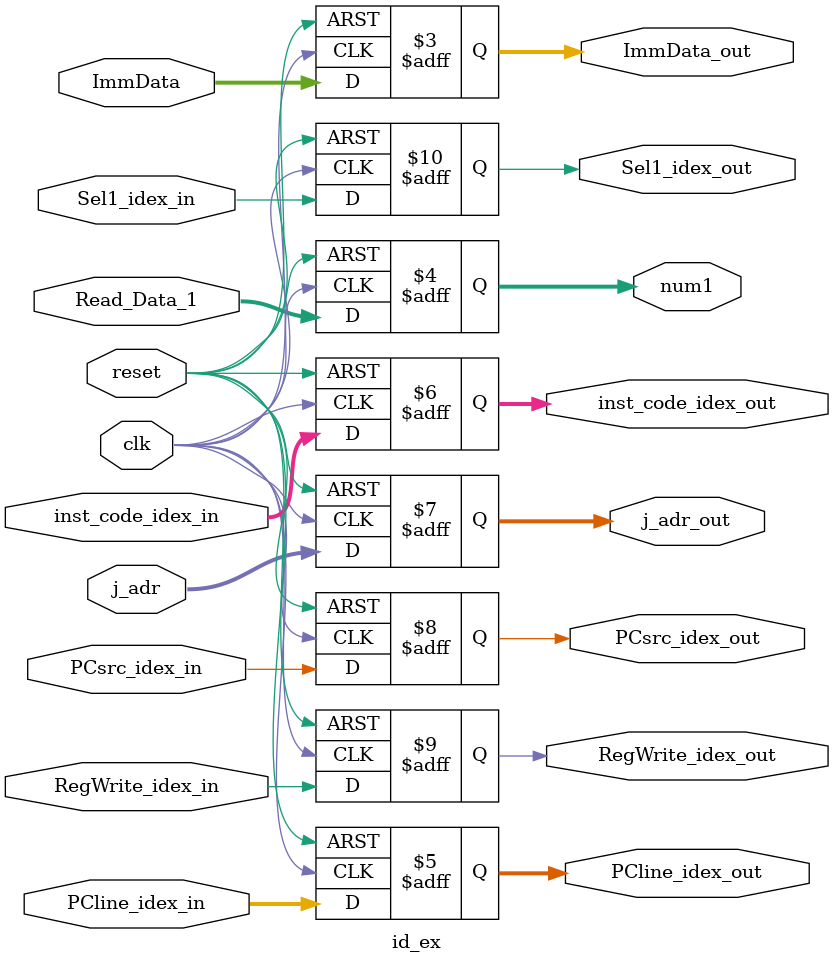
<source format=v>
module id_ex(Sel1_idex_in, RegWrite_idex_in,PCsrc_idex_in,inst_code_idex_in, ImmData, Read_Data_1, j_adr,PCline_idex_in,clk, reset, 
num1,PCline_idex_out, ImmData_out,inst_code_idex_out, j_adr_out, PCsrc_idex_out, RegWrite_idex_out, Sel1_idex_out);
input [7:0] ImmData, Read_Data_1, PCline_idex_in;
input [7:0] inst_code_idex_in;
input [5:0] j_adr;
input clk, reset, PCsrc_idex_in,Sel1_idex_in,RegWrite_idex_in ;
output reg [7:0] ImmData_out, num1, PCline_idex_out;//ImmData_out goes to alu
output reg [7:0] inst_code_idex_out;
output reg [5:0] j_adr_out;
output reg PCsrc_idex_out, RegWrite_idex_out, Sel1_idex_out;
//output reg Sel1;
always @(posedge clk, negedge reset)
begin
if(reset == 0)
begin
ImmData_out <=0;
num1 <= 0;
PCline_idex_out <=0;
inst_code_idex_out <=0;
j_adr_out <=0;
PCsrc_idex_out <=1;
Sel1_idex_out <=0;
RegWrite_idex_out <=0;
//Sel1 <= 1;
end
else
begin 
ImmData_out <= ImmData;
num1 <= Read_Data_1 ;
PCline_idex_out <= PCline_idex_in;
inst_code_idex_out <= inst_code_idex_in;
j_adr_out <= j_adr;
PCsrc_idex_out <= PCsrc_idex_in;
Sel1_idex_out <= Sel1_idex_in;
RegWrite_idex_out <= RegWrite_idex_in;
/*if(inst_code_idex_in[7:6] == 2'b00)
	Sel1 <=0;
else
	Sel1 <= 1;
	*/
end
end     
endmodule

</source>
